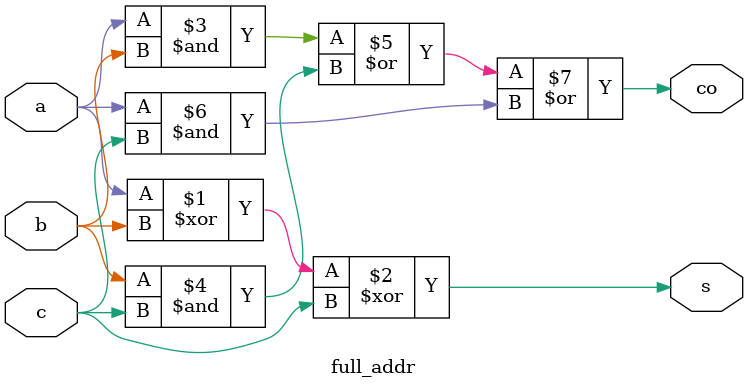
<source format=v>
module full_addr(input a,b,c, output s,co);
  assign s=a^b^c;
  assign co= a&b | b&c | a&c;
endmodule

</source>
